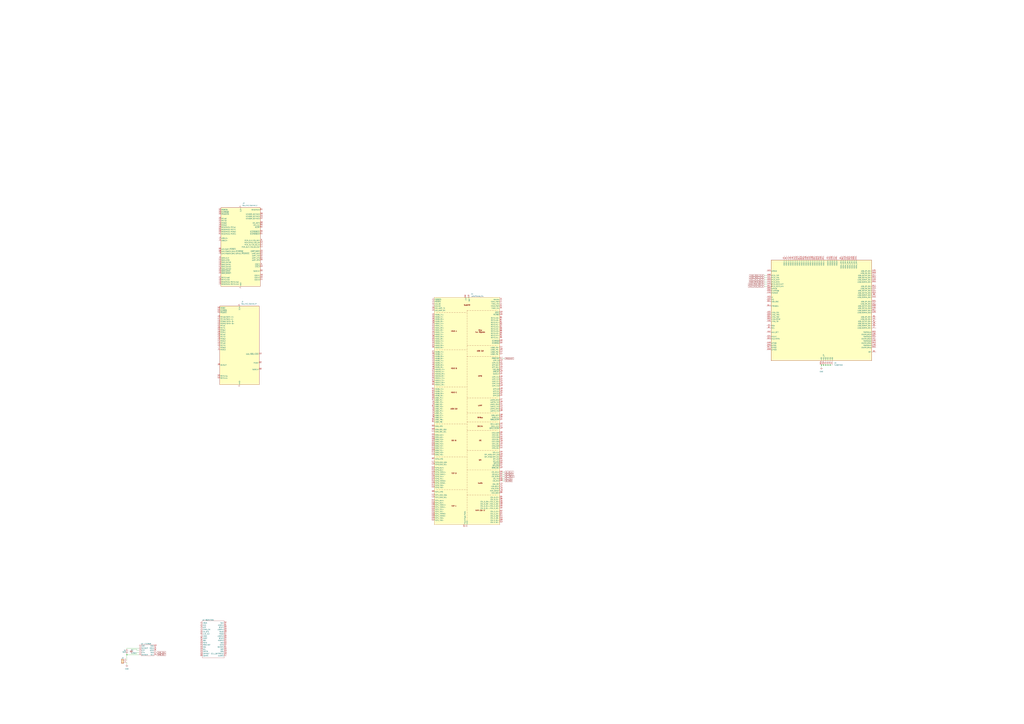
<source format=kicad_sch>
(kicad_sch (version 20231120) (generator "eeschema") (generator_version "8.0")
  (paper "A0")
  (lib_symbols
    (symbol "Connector:Bus_M.2_Socket_E"
      (property "Reference" "J" (at -22.86 46.99 0))
      (property "Value" "Bus_M.2_Socket_E" (at 16.51 46.99 0))
      (symbol "Bus_M.2_Socket_E_1_1"
        (pin power_in line (at 0 -48.26 90) (length 2.54) (name "GND") (number "1"))
        (pin bidirectional line (at 25.4 5.08 180) (length 2.54) (name "PCM_SYNC/I2S_WS") (number "10"))
        (pin bidirectional line (at -25.4 -15.24 0) (length 2.54) (name "SDIO_CMD") (number "11"))
        (pin input line (at 25.4 2.54 180) (length 2.54) (name "PCM_IN/I2S_SD_IN") (number "12"))
        (pin bidirectional line (at -25.4 -17.78 0) (length 2.54) (name "SDIO_DATA0") (number "13"))
        (pin output line (at 25.4 0 180) (length 2.54) (name "PCM_OUT/I2S_SD_OUT") (number "14"))
        (pin bidirectional line (at -25.4 -20.32 0) (length 2.54) (name "SDIO_DATA1") (number "15"))
        (pin open_collector line (at 25.4 -22.86 180) (length 2.54) (name "~{LED_2}") (number "16"))
        (pin bidirectional line (at -25.4 -22.86 0) (length 2.54) (name "SDIO_DATA2") (number "17"))
        (pin passive line (at 0 -48.26 90) (length 2.54) hide (name "GND") (number "18"))
        (pin bidirectional line (at -25.4 -25.4 0) (length 2.54) (name "SDIO_DATA3") (number "19"))
        (pin power_in line (at 0 48.26 270) (length 2.54) (name "3.3V") (number "2"))
        (pin input line (at 25.4 -5.08 180) (length 2.54) (name "~{UART_WAKE}") (number "20"))
        (pin input line (at -25.4 -27.94 0) (length 2.54) (name "~{SDIO_WAKE}") (number "21"))
        (pin input line (at 25.4 -7.62 180) (length 2.54) (name "UART_RXD") (number "22"))
        (pin output line (at -25.4 -30.48 0) (length 2.54) (name "~{SDIO_RESET}") (number "23"))
        (pin bidirectional line (at -25.4 10.16 0) (length 2.54) (name "USB_D+") (number "3"))
        (pin output line (at 25.4 -10.16 180) (length 2.54) (name "UART_TXD") (number "32"))
        (pin passive line (at 0 -48.26 90) (length 2.54) hide (name "GND") (number "33"))
        (pin input line (at 25.4 -12.7 180) (length 2.54) (name "UART_CTS") (number "34"))
        (pin output line (at -25.4 33.02 0) (length 2.54) (name "PETp0") (number "35"))
        (pin output line (at 25.4 -15.24 180) (length 2.54) (name "UART_RTS") (number "36"))
        (pin output line (at -25.4 30.48 0) (length 2.54) (name "PETn0") (number "37"))
        (pin passive line (at 25.4 38.1 180) (length 2.54) (name "VENDOR_DEFINED") (number "38"))
        (pin passive line (at 0 -48.26 90) (length 2.54) hide (name "GND") (number "39"))
        (pin passive line (at 0 48.26 270) (length 2.54) hide (name "3.3V") (number "4"))
        (pin passive line (at 25.4 35.56 180) (length 2.54) (name "VENDOR_DEFINED") (number "40"))
        (pin input line (at -25.4 27.94 0) (length 2.54) (name "PERp0") (number "41"))
        (pin passive line (at 25.4 33.02 180) (length 2.54) (name "VENDOR_DEFINED") (number "42"))
        (pin input line (at -25.4 25.4 0) (length 2.54) (name "PERn0") (number "43"))
        (pin bidirectional line (at 25.4 -38.1 180) (length 2.54) (name "COEX3") (number "44"))
        (pin passive line (at 0 -48.26 90) (length 2.54) hide (name "GND") (number "45"))
        (pin bidirectional line (at 25.4 -35.56 180) (length 2.54) (name "COEX2") (number "46"))
        (pin output line (at -25.4 -35.56 0) (length 2.54) (name "REFCLKp0") (number "47"))
        (pin bidirectional line (at 25.4 -33.02 180) (length 2.54) (name "COEX1") (number "48"))
        (pin output line (at -25.4 -38.1 0) (length 2.54) (name "REFCLKn0") (number "49"))
        (pin bidirectional line (at -25.4 7.62 0) (length 2.54) (name "USB_D-") (number "5"))
        (pin output line (at 25.4 -27.94 180) (length 2.54) (name "SUSCLK") (number "50"))
        (pin passive line (at 0 -48.26 90) (length 2.54) hide (name "GND") (number "51"))
        (pin output line (at -25.4 43.18 0) (length 2.54) (name "~{PERST0}") (number "52"))
        (pin bidirectional line (at -25.4 40.64 0) (length 2.54) (name "~{CLKREQ0}") (number "53"))
        (pin output line (at 25.4 15.24 180) (length 2.54) (name "~{W_DISABLE2}") (number "54"))
        (pin bidirectional line (at -25.4 38.1 0) (length 2.54) (name "~{PEWAKE0}") (number "55"))
        (pin output line (at 25.4 17.78 180) (length 2.54) (name "~{W_DISABLE1}") (number "56"))
        (pin passive line (at 0 -48.26 90) (length 2.54) hide (name "GND") (number "57"))
        (pin bidirectional line (at 25.4 27.94 180) (length 2.54) (name "I2C_DATA") (number "58"))
        (pin output line (at -25.4 22.86 0) (length 2.54) (name "RESERVED/PETp1") (number "59"))
        (pin open_collector line (at 25.4 -20.32 180) (length 2.54) (name "~{LED_1}") (number "6"))
        (pin output line (at 25.4 25.4 180) (length 2.54) (name "I2C_CLK") (number "60"))
        (pin output line (at -25.4 20.32 0) (length 2.54) (name "RESERVED/PETn1") (number "61"))
        (pin input line (at 25.4 22.86 180) (length 2.54) (name "~{ALERT}") (number "62"))
        (pin passive line (at 0 -48.26 90) (length 2.54) hide (name "GND") (number "63"))
        (pin passive line (at 25.4 43.18 180) (length 2.54) (name "RESERVED") (number "64"))
        (pin input line (at -25.4 17.78 0) (length 2.54) (name "RESERVED/PERp1") (number "65"))
        (pin output line (at -25.4 -2.54 0) (length 2.54) (name "UIM_SWP/~{PERST1}") (number "66"))
        (pin input line (at -25.4 15.24 0) (length 2.54) (name "RESERVED/PERn1") (number "67"))
        (pin bidirectional line (at -25.4 -5.08 0) (length 2.54) (name "UIM_POWER_SNK/~{CLKREQ1}") (number "68"))
        (pin passive line (at 0 -48.26 90) (length 2.54) hide (name "GND") (number "69"))
        (pin passive line (at 0 -48.26 90) (length 2.54) hide (name "GND") (number "7"))
        (pin bidirectional line (at -25.4 -7.62 0) (length 2.54) (name "UIM_POWER_SRC/GPIO1/~{PEWAKE1}") (number "70"))
        (pin output line (at -25.4 -40.64 0) (length 2.54) (name "RESERVED/REFCLKp1") (number "71"))
        (pin passive line (at 0 48.26 270) (length 2.54) hide (name "3.3V") (number "72"))
        (pin output line (at -25.4 -43.18 0) (length 2.54) (name "RESERVED/REFCLKn1") (number "73"))
        (pin passive line (at 0 48.26 270) (length 2.54) hide (name "3.3V") (number "74"))
        (pin passive line (at 0 -48.26 90) (length 2.54) hide (name "GND") (number "75"))
        (pin bidirectional line (at 25.4 7.62 180) (length 2.54) (name "PCM_CLK/I2S_SCK") (number "8"))
        (pin output line (at -25.4 -12.7 0) (length 2.54) (name "SDIO_CLK") (number "9"))
      )
    )
    (symbol "Connector:Bus_M.2_Socket_M"
      (property "Reference" "J" (at -22.86 46.99 0))
      (property "Value" "Bus_M.2_Socket_M" (at 16.51 46.99 0))
      (symbol "Bus_M.2_Socket_M_1_1"
        (pin power_in line (at 0 -48.26 90) (length 2.54) (name "GND") (number "1"))
        (pin bidirectional line (at 25.4 -10.16 180) (length 2.54) (name "DAS/~{DSS}/~{LED1}") (number "10"))
        (pin output line (at -25.4 0 0) (length 2.54) (name "PETn3") (number "11"))
        (pin passive line (at 0 48.26 270) (length 2.54) hide (name "3.3V") (number "12"))
        (pin output line (at -25.4 2.54 0) (length 2.54) (name "PETp3") (number "13"))
        (pin passive line (at 0 48.26 270) (length 2.54) hide (name "3.3V") (number "14"))
        (pin passive line (at 0 -48.26 90) (length 2.54) hide (name "GND") (number "15"))
        (pin passive line (at 0 48.26 270) (length 2.54) hide (name "3.3V") (number "16"))
        (pin input line (at -25.4 5.08 0) (length 2.54) (name "PERn2") (number "17"))
        (pin passive line (at 0 48.26 270) (length 2.54) hide (name "3.3V") (number "18"))
        (pin input line (at -25.4 7.62 0) (length 2.54) (name "PERp2") (number "19"))
        (pin power_in line (at 0 48.26 270) (length 2.54) (name "3.3V") (number "2"))
        (pin no_connect line (at 22.86 2.54 180) (length 2.54) hide (name "NC") (number "20"))
        (pin passive line (at 0 -48.26 90) (length 2.54) hide (name "GND") (number "21"))
        (pin no_connect line (at 22.86 5.08 180) (length 2.54) hide (name "NC") (number "22"))
        (pin output line (at -25.4 10.16 0) (length 2.54) (name "PETn2") (number "23"))
        (pin no_connect line (at 22.86 7.62 180) (length 2.54) hide (name "NC") (number "24"))
        (pin output line (at -25.4 12.7 0) (length 2.54) (name "PETp2") (number "25"))
        (pin no_connect line (at 22.86 10.16 180) (length 2.54) hide (name "NC") (number "26"))
        (pin passive line (at 0 -48.26 90) (length 2.54) hide (name "GND") (number "27"))
        (pin no_connect line (at 22.86 12.7 180) (length 2.54) hide (name "NC") (number "28"))
        (pin input line (at -25.4 15.24 0) (length 2.54) (name "PERn1") (number "29"))
        (pin passive line (at 0 -48.26 90) (length 2.54) hide (name "GND") (number "3"))
        (pin no_connect line (at 22.86 15.24 180) (length 2.54) hide (name "NC") (number "30"))
        (pin input line (at -25.4 17.78 0) (length 2.54) (name "PERp1") (number "31"))
        (pin no_connect line (at 22.86 17.78 180) (length 2.54) hide (name "NC") (number "32"))
        (pin passive line (at 0 -48.26 90) (length 2.54) hide (name "GND") (number "33"))
        (pin no_connect line (at 22.86 20.32 180) (length 2.54) hide (name "NC") (number "34"))
        (pin output line (at -25.4 20.32 0) (length 2.54) (name "PETn1") (number "35"))
        (pin no_connect line (at 22.86 22.86 180) (length 2.54) hide (name "NC") (number "36"))
        (pin output line (at -25.4 22.86 0) (length 2.54) (name "PETp1") (number "37"))
        (pin output line (at -25.4 -22.86 0) (length 2.54) (name "DEVSLP") (number "38"))
        (pin passive line (at 0 -48.26 90) (length 2.54) hide (name "GND") (number "39"))
        (pin passive line (at 0 48.26 270) (length 2.54) hide (name "3.3V") (number "4"))
        (pin no_connect line (at 22.86 25.4 180) (length 2.54) hide (name "NC") (number "40"))
        (pin input line (at -25.4 25.4 0) (length 2.54) (name "PERn0/SATA-B+") (number "41"))
        (pin no_connect line (at 22.86 27.94 180) (length 2.54) hide (name "NC") (number "42"))
        (pin input line (at -25.4 27.94 0) (length 2.54) (name "PERp0/SATA-B-") (number "43"))
        (pin no_connect line (at 22.86 30.48 180) (length 2.54) hide (name "NC") (number "44"))
        (pin passive line (at 0 -48.26 90) (length 2.54) hide (name "GND") (number "45"))
        (pin no_connect line (at 22.86 33.02 180) (length 2.54) hide (name "NC") (number "46"))
        (pin output line (at -25.4 30.48 0) (length 2.54) (name "PETn0/SATA-A-") (number "47"))
        (pin no_connect line (at 22.86 35.56 180) (length 2.54) hide (name "NC") (number "48"))
        (pin output line (at -25.4 33.02 0) (length 2.54) (name "PETp0/SATA-A+") (number "49"))
        (pin input line (at -25.4 -5.08 0) (length 2.54) (name "PERn3") (number "5"))
        (pin output line (at -25.4 43.18 0) (length 2.54) (name "~{PERST}") (number "50"))
        (pin passive line (at 0 -48.26 90) (length 2.54) hide (name "GND") (number "51"))
        (pin bidirectional line (at -25.4 40.64 0) (length 2.54) (name "~{CLKREQ}") (number "52"))
        (pin output line (at -25.4 -38.1 0) (length 2.54) (name "REFCLKn") (number "53"))
        (pin bidirectional line (at -25.4 38.1 0) (length 2.54) (name "~{PEWAKE}") (number "54"))
        (pin output line (at -25.4 -35.56 0) (length 2.54) (name "REFCLKp") (number "55"))
        (pin no_connect line (at 22.86 38.1 180) (length 2.54) hide (name "NC") (number "56"))
        (pin passive line (at 0 -48.26 90) (length 2.54) hide (name "GND") (number "57"))
        (pin no_connect line (at 22.86 40.64 180) (length 2.54) hide (name "NC") (number "58"))
        (pin no_connect line (at 22.86 -2.54 180) (length 2.54) hide (name "NC") (number "6"))
        (pin no_connect line (at 22.86 -5.08 180) (length 2.54) hide (name "NC") (number "67"))
        (pin output line (at 25.4 -27.94 180) (length 2.54) (name "SUSCLK") (number "68"))
        (pin passive line (at 25.4 -20.32 180) (length 2.54) (name "PEDET") (number "69"))
        (pin input line (at -25.4 -2.54 0) (length 2.54) (name "PERp3") (number "7"))
        (pin passive line (at 0 48.26 270) (length 2.54) hide (name "3.3V") (number "70"))
        (pin passive line (at 0 -48.26 90) (length 2.54) hide (name "GND") (number "71"))
        (pin passive line (at 0 48.26 270) (length 2.54) hide (name "3.3V") (number "72"))
        (pin passive line (at 0 -48.26 90) (length 2.54) hide (name "GND") (number "73"))
        (pin passive line (at 0 48.26 270) (length 2.54) hide (name "3.3V") (number "74"))
        (pin passive line (at 0 -48.26 90) (length 2.54) hide (name "GND") (number "75"))
        (pin no_connect line (at 22.86 0 180) (length 2.54) hide (name "NC") (number "8"))
        (pin passive line (at 0 -48.26 90) (length 2.54) hide (name "GND") (number "9"))
      )
    )
    (symbol "Connector:Screw_Terminal_01x02" (pin_names (offset 1.016) hide)
      (property "Reference" "J" (at 0 2.54 0))
      (property "Value" "Screw_Terminal_01x02" (at 0 -5.08 0))
      (symbol "Screw_Terminal_01x02_1_1"
        (pin passive line (at -5.08 0 0) (length 3.81) (name "Pin_1") (number "1"))
        (pin passive line (at -5.08 -2.54 0) (length 3.81) (name "Pin_2") (number "2"))
      )
    )
    (symbol "Device:C_Small" (pin_numbers hide) (pin_names (offset 0.254) hide)
      (property "Reference" "C" (at 0.254 1.778 0))
      (property "Value" "C_Small" (at 0.254 -2.032 0))
      (symbol "C_Small_1_1"
        (pin passive line (at 0 2.54 270) (length 2.032) (name "~") (number "1"))
        (pin passive line (at 0 -2.54 90) (length 2.032) (name "~") (number "2"))
      )
    )
    (symbol "Device:R_Small" (pin_numbers hide) (pin_names (offset 0.254) hide)
      (property "Reference" "R" (at 0.762 0.508 0))
      (property "Value" "R_Small" (at 0.762 -1.016 0))
      (symbol "R_Small_1_1"
        (pin passive line (at 0 2.54 270) (length 0.762) (name "~") (number "1"))
        (pin passive line (at 0 -2.54 90) (length 0.762) (name "~") (number "2"))
      )
    )
    (symbol "Interface_USB:TUSB7340"
      (property "Reference" "U" (at 0 0 0))
      (property "Value" "TUSB7340" (at 0 -2.54 0))
      (symbol "TUSB7340_1_1"
        (pin power_in line (at -43.18 63.5 270) (length 5.08) (name "VDD11") (number "A1"))
        (pin input line (at 63.5 15.24 180) (length 5.08) (name "USB_SSRXN_DN2") (number "A10"))
        (pin output line (at 63.5 22.86 180) (length 5.08) (name "USB_SSTXP_DN2") (number "A11"))
        (pin power_in line (at -30.48 63.5 270) (length 5.08) (name "VDD11") (number "A12"))
        (pin bidirectional line (at 63.5 25.4 180) (length 5.08) (name "USB_DM_DN2") (number "A13"))
        (pin no_connect line (at -17.78 -58.42 90) (length 5.08) hide (name "NC") (number "A14"))
        (pin input line (at -63.5 45.72 0) (length 5.08) (name "GRST#") (number "A15"))
        (pin power_in line (at -27.94 63.5 270) (length 5.08) (name "VDD11") (number "A16"))
        (pin output line (at 63.5 40.64 180) (length 5.08) (name "USB_SSTXP_DN1") (number "A17"))
        (pin input line (at 63.5 35.56 180) (length 5.08) (name "USB_SSRXP_DN1") (number "A18"))
        (pin power_in line (at 27.94 63.5 270) (length 5.08) (name "VDDA_3P3") (number "A19"))
        (pin bidirectional line (at -63.5 -17.78 0) (length 5.08) (name "SDA") (number "A2"))
        (pin bidirectional line (at 63.5 45.72 180) (length 5.08) (name "USB_DP_DN1") (number "A20"))
        (pin power_in line (at 30.48 63.5 270) (length 5.08) (name "VDDA_3P3") (number "A21"))
        (pin output line (at -63.5 12.7 0) (length 5.08) (name "XO") (number "A22"))
        (pin input line (at -63.5 15.24 0) (length 5.08) (name "XI") (number "A23"))
        (pin bidirectional line (at -63.5 -30.48 0) (length 5.08) (name "R1EXT") (number "A24"))
        (pin power_in line (at 35.56 63.5 270) (length 5.08) (name "VDDA_3P3") (number "A25"))
        (pin no_connect line (at -15.24 -58.42 90) (length 5.08) hide (name "NC") (number "A26"))
        (pin bidirectional line (at 63.5 7.62 180) (length 5.08) (name "USB_DM_DN3") (number "A27"))
        (pin power_in line (at -17.78 63.5 270) (length 5.08) (name "VDD11") (number "A28"))
        (pin input line (at 63.5 -2.54 180) (length 5.08) (name "USB_SSRXN_DN3") (number "A29"))
        (pin power_in line (at 7.62 63.5 270) (length 5.08) (name "VDD33") (number "A3"))
        (pin output line (at 63.5 2.54 180) (length 5.08) (name "USB_SSTXN_DN3") (number "A30"))
        (pin power_in line (at -15.24 63.5 270) (length 5.08) (name "VDD11") (number "A31"))
        (pin input line (at -63.5 -2.54 0) (length 5.08) (name "JTAG_TCK") (number "A32"))
        (pin power_in line (at -12.7 63.5 270) (length 5.08) (name "VDD11") (number "A33"))
        (pin power_in line (at 10.16 63.5 270) (length 5.08) (name "VDD33") (number "A34"))
        (pin input line (at -63.5 -12.7 0) (length 5.08) (name "JTAG_TDI") (number "A35"))
        (pin input line (at 63.5 -27.94 180) (length 5.08) (name "OVERCUR1#") (number "A36"))
        (pin input line (at 63.5 -33.02 180) (length 5.08) (name "OVERCUR2#") (number "A37"))
        (pin power_in line (at -10.16 63.5 270) (length 5.08) (name "VDD11") (number "A38"))
        (pin power_in line (at 12.7 63.5 270) (length 5.08) (name "VDD33") (number "A39"))
        (pin power_in line (at -38.1 63.5 270) (length 5.08) (name "VDD11") (number "A4"))
        (pin input line (at -63.5 20.32 0) (length 5.08) (name "PERST#") (number "A40"))
        (pin output line (at -63.5 38.1 0) (length 5.08) (name "PCIE_TXN") (number "A41"))
        (pin input line (at -63.5 33.02 0) (length 5.08) (name "PCIE_RXN") (number "A42"))
        (pin no_connect line (at -10.16 -58.42 90) (length 5.08) hide (name "NC") (number "A43"))
        (pin power_in line (at 40.64 63.5 270) (length 5.08) (name "VDDA_3P3") (number "A44"))
        (pin input clock (at -63.5 30.48 0) (length 5.08) (name "PCIE_REFCLKP") (number "A45"))
        (pin output line (at 63.5 -35.56 180) (length 5.08) (name "PWRON3#") (number "A46"))
        (pin power_in line (at 15.24 63.5 270) (length 5.08) (name "VDD33") (number "A47"))
        (pin output line (at 63.5 -40.64 180) (length 5.08) (name "PWRON4#") (number "A48"))
        (pin bidirectional line (at -63.5 -38.1 0) (length 5.08) (name "GPIO0") (number "A49"))
        (pin bidirectional line (at 63.5 -10.16 180) (length 5.08) (name "USB_DM_DN4") (number "A5"))
        (pin power_in line (at 0 63.5 270) (length 5.08) (name "VDD11") (number "A50"))
        (pin power_in line (at 17.78 63.5 270) (length 5.08) (name "VDD33") (number "A51"))
        (pin input line (at -63.5 -25.4 0) (length 5.08) (name "AUX_DET") (number "A52"))
        (pin power_in line (at 2.54 -63.5 90) (length 5.08) (name "VSS_EP") (number "A53"))
        (pin power_in line (at -35.56 63.5 270) (length 5.08) (name "VDD11") (number "A6"))
        (pin input line (at 63.5 -20.32 180) (length 5.08) (name "USB_SSRXN_DN4") (number "A7"))
        (pin input line (at 63.5 -15.24 180) (length 5.08) (name "USB_SSTXN_DN4") (number "A8"))
        (pin power_in line (at -33.02 63.5 270) (length 5.08) (name "VDD11") (number "A9"))
        (pin power_in line (at -40.64 63.5 270) (length 5.08) (name "VDD11") (number "B1"))
        (pin output line (at 63.5 20.32 180) (length 5.08) (name "USB_SSTXN_DN2") (number "B10"))
        (pin power_in line (at 25.4 63.5 270) (length 5.08) (name "VDDA_3P3") (number "B11"))
        (pin bidirectional line (at 63.5 27.94 180) (length 5.08) (name "USB_DP_DN2") (number "B12"))
        (pin no_connect line (at -20.32 -58.42 90) (length 5.08) hide (name "NC") (number "B13"))
        (pin input line (at -63.5 5.08 0) (length 5.08) (name "FREQSEL") (number "B14"))
        (pin output line (at 63.5 38.1 180) (length 5.08) (name "USB_SSTXN_DN1") (number "B15"))
        (pin input line (at 63.5 33.02 180) (length 5.08) (name "USB_SSRXN_DN1") (number "B16"))
        (pin power_in line (at -25.4 63.5 270) (length 5.08) (name "VDD11") (number "B17"))
        (pin bidirectional line (at 63.5 43.18 180) (length 5.08) (name "USB_DM_DN1") (number "B18"))
        (pin power_in line (at -22.86 63.5 270) (length 5.08) (name "VDD11") (number "B19"))
        (pin bidirectional line (at -63.5 -20.32 0) (length 5.08) (name "SCL") (number "B2"))
        (pin power_in line (at 0 -63.5 90) (length 5.08) (name "VSS") (number "B20"))
        (pin input line (at -63.5 10.16 0) (length 5.08) (name "VSS_OSC") (number "B21"))
        (pin power_in line (at 33.02 63.5 270) (length 5.08) (name "VDDA_3P3") (number "B22"))
        (pin bidirectional line (at -63.5 -33.02 0) (length 5.08) (name "R1EXTRTN") (number "B23"))
        (pin power_in line (at -20.32 63.5 270) (length 5.08) (name "VDD11") (number "B24"))
        (pin bidirectional line (at 63.5 10.16 180) (length 5.08) (name "USB_DP_DN3") (number "B25"))
        (pin power_in line (at 38.1 63.5 270) (length 5.08) (name "VDDA_3P3") (number "B26"))
        (pin input line (at 63.5 0 180) (length 5.08) (name "USB_SSRXP_DN3") (number "B27"))
        (pin output line (at 63.5 5.08 180) (length 5.08) (name "USB_SSTXP_DN3") (number "B28"))
        (pin no_connect line (at -12.7 -58.42 90) (length 5.08) hide (name "NC") (number "B29"))
        (pin output line (at 63.5 -48.26 180) (length 5.08) (name "SMI") (number "B3"))
        (pin input line (at -63.5 -5.08 0) (length 5.08) (name "JTAG_TMS") (number "B30"))
        (pin output line (at -63.5 -7.62 0) (length 5.08) (name "JTAG_TDO") (number "B31"))
        (pin input line (at -63.5 -10.16 0) (length 5.08) (name "JTAG_RST#") (number "B32"))
        (pin output line (at 63.5 -25.4 180) (length 5.08) (name "PWRON1#") (number "B33"))
        (pin output line (at 63.5 -30.48 180) (length 5.08) (name "PWRON2#") (number "B34"))
        (pin output line (at -63.5 25.4 0) (length 5.08) (name "WAKE#") (number "B35"))
        (pin input line (at -63.5 22.86 0) (length 5.08) (name "CLKREQ#") (number "B36"))
        (pin power_in line (at -7.62 63.5 270) (length 5.08) (name "VDD11") (number "B37"))
        (pin output line (at -63.5 40.64 0) (length 5.08) (name "PCIE_TXP") (number "B38"))
        (pin input line (at -63.5 35.56 0) (length 5.08) (name "PCIE_RXP") (number "B39"))
        (pin power_in line (at 22.86 63.5 270) (length 5.08) (name "VDDA_3P3") (number "B4"))
        (pin power_in line (at -5.08 63.5 270) (length 5.08) (name "VDD11") (number "B40"))
        (pin input clock (at -63.5 27.94 0) (length 5.08) (name "PCIE_REFCLKN") (number "B41"))
        (pin power_in line (at -2.54 63.5 270) (length 5.08) (name "VDD11") (number "B42"))
        (pin input line (at 63.5 -38.1 180) (length 5.08) (name "OVERCUR3#") (number "B43"))
        (pin power_in line (at 2.54 63.5 270) (length 5.08) (name "VDD11") (number "B44"))
        (pin input line (at 63.5 -43.18 180) (length 5.08) (name "OVERCUR4#") (number "B45"))
        (pin bidirectional line (at -63.5 -40.64 0) (length 5.08) (name "GPIO1") (number "B46"))
        (pin bidirectional line (at -63.5 -43.18 0) (length 5.08) (name "GPIO2") (number "B47"))
        (pin bidirectional line (at -63.5 -45.72 0) (length 5.08) (name "GPIO3") (number "B48"))
        (pin bidirectional line (at 63.5 -7.62 180) (length 5.08) (name "USB_DP_DN4") (number "B5"))
        (pin input line (at 63.5 -17.78 180) (length 5.08) (name "USB_SSRXP_DN4") (number "B6"))
        (pin input line (at 63.5 -12.7 180) (length 5.08) (name "USB_SSTXP_DN4") (number "B7"))
        (pin no_connect line (at -22.86 -58.42 90) (length 5.08) hide (name "NC") (number "B8"))
        (pin input line (at 63.5 17.78 180) (length 5.08) (name "USB_SSRXP_DN2") (number "B9"))
        (pin power_in line (at 5.08 -63.5 90) (length 5.08) (name "VSS") (number "C1"))
        (pin power_in line (at 7.62 -63.5 90) (length 5.08) (name "VSS") (number "C2"))
        (pin power_in line (at 10.16 -63.5 90) (length 5.08) (name "VSS") (number "C3"))
        (pin power_in line (at 12.7 -63.5 90) (length 5.08) (name "VSS") (number "C4"))
      )
    )
    (symbol "MCU_Module_LattePanda:LattePanda_Mu"
      (property "Reference" "A" (at -38.1 133.35 0))
      (property "Value" "LattePanda_Mu" (at 38.1 133.35 0))
      (symbol "LattePanda_Mu_1_0"
        (pin passive line (at 0 -134.62 90) (length 2.54) hide (name "GND") (number "101"))
        (pin passive line (at 0 -134.62 90) (length 2.54) hide (name "GND") (number "107"))
        (pin passive line (at 0 -134.62 90) (length 2.54) hide (name "GND") (number "110"))
        (pin passive line (at 0 -134.62 90) (length 2.54) hide (name "GND") (number "113"))
        (pin passive line (at 0 -134.62 90) (length 2.54) hide (name "GND") (number "116"))
        (pin passive line (at 0 -134.62 90) (length 2.54) hide (name "GND") (number "135"))
        (pin passive line (at 0 -134.62 90) (length 2.54) hide (name "GND") (number "136"))
        (pin passive line (at 0 -134.62 90) (length 2.54) hide (name "GND") (number "14"))
        (pin passive line (at 0 -134.62 90) (length 2.54) hide (name "GND") (number "151"))
        (pin passive line (at 0 -134.62 90) (length 2.54) hide (name "GND") (number "158"))
        (pin passive line (at 0 -134.62 90) (length 2.54) hide (name "GND") (number "167"))
        (pin passive line (at 0 -134.62 90) (length 2.54) hide (name "GND") (number "17"))
        (pin passive line (at 0 -134.62 90) (length 2.54) hide (name "GND") (number "170"))
        (pin passive line (at 0 -134.62 90) (length 2.54) hide (name "GND") (number "181"))
        (pin passive line (at 0 -134.62 90) (length 2.54) hide (name "GND") (number "182"))
        (pin passive line (at 0 -134.62 90) (length 2.54) hide (name "GND") (number "188"))
        (pin passive line (at 0 -134.62 90) (length 2.54) hide (name "GND") (number "189"))
        (pin passive line (at 0 -134.62 90) (length 2.54) hide (name "GND") (number "194"))
        (pin passive line (at 0 -134.62 90) (length 2.54) hide (name "GND") (number "195"))
        (pin passive line (at 0 -134.62 90) (length 2.54) hide (name "GND") (number "20"))
        (pin passive line (at 0 -134.62 90) (length 2.54) hide (name "GND") (number "200"))
        (pin passive line (at 0 -134.62 90) (length 2.54) hide (name "GND") (number "201"))
        (pin passive line (at 0 -134.62 90) (length 2.54) hide (name "GND") (number "206"))
        (pin passive line (at 0 -134.62 90) (length 2.54) hide (name "GND") (number "207"))
        (pin passive line (at 0 -134.62 90) (length 2.54) hide (name "GND") (number "212"))
        (pin passive line (at 0 -134.62 90) (length 2.54) hide (name "GND") (number "213"))
        (pin passive line (at 0 -134.62 90) (length 2.54) hide (name "GND") (number "218"))
        (pin passive line (at 0 -134.62 90) (length 2.54) hide (name "GND") (number "219"))
        (pin passive line (at 0 -134.62 90) (length 2.54) hide (name "GND") (number "224"))
        (pin passive line (at 0 -134.62 90) (length 2.54) hide (name "GND") (number "225"))
        (pin passive line (at 0 -134.62 90) (length 2.54) hide (name "GND") (number "23"))
        (pin passive line (at 0 -134.62 90) (length 2.54) hide (name "GND") (number "230"))
        (pin passive line (at 0 -134.62 90) (length 2.54) hide (name "GND") (number "231"))
        (pin passive line (at 0 -134.62 90) (length 2.54) hide (name "GND") (number "236"))
        (pin passive line (at 0 -134.62 90) (length 2.54) hide (name "GND") (number "237"))
        (pin passive line (at 0 -134.62 90) (length 2.54) hide (name "GND") (number "242"))
        (pin passive line (at 0 -134.62 90) (length 2.54) hide (name "GND") (number "243"))
        (pin passive line (at 0 -134.62 90) (length 2.54) hide (name "GND") (number "248"))
        (pin passive line (at 0 -134.62 90) (length 2.54) hide (name "GND") (number "249"))
        (pin passive line (at 0 -134.62 90) (length 2.54) hide (name "GND") (number "26"))
        (pin passive line (at 0 -134.62 90) (length 2.54) hide (name "GND") (number "29"))
        (pin passive line (at 0 -134.62 90) (length 2.54) hide (name "GND") (number "32"))
        (pin passive line (at 0 -134.62 90) (length 2.54) hide (name "GND") (number "35"))
        (pin passive line (at 0 -134.62 90) (length 2.54) hide (name "GND") (number "38"))
        (pin passive line (at 0 -134.62 90) (length 2.54) hide (name "GND") (number "41"))
        (pin passive line (at 0 -134.62 90) (length 2.54) hide (name "GND") (number "44"))
        (pin passive line (at 0 -134.62 90) (length 2.54) hide (name "GND") (number "47"))
        (pin passive line (at 0 -134.62 90) (length 2.54) hide (name "GND") (number "50"))
        (pin passive line (at 0 -134.62 90) (length 2.54) hide (name "GND") (number "53"))
        (pin passive line (at 0 -134.62 90) (length 2.54) hide (name "GND") (number "56"))
        (pin passive line (at 0 -134.62 90) (length 2.54) hide (name "GND") (number "59"))
        (pin passive line (at 0 -134.62 90) (length 2.54) hide (name "GND") (number "62"))
        (pin passive line (at 0 -134.62 90) (length 2.54) hide (name "GND") (number "65"))
        (pin passive line (at 0 -134.62 90) (length 2.54) hide (name "GND") (number "68"))
        (pin passive line (at 0 -134.62 90) (length 2.54) hide (name "GND") (number "71"))
        (pin passive line (at 0 -134.62 90) (length 2.54) hide (name "GND") (number "74"))
        (pin passive line (at 0 -134.62 90) (length 2.54) hide (name "GND") (number "77"))
        (pin passive line (at 0 -134.62 90) (length 2.54) hide (name "GND") (number "80"))
        (pin passive line (at 0 -134.62 90) (length 2.54) hide (name "GND") (number "83"))
        (pin passive line (at 0 -134.62 90) (length 2.54) hide (name "GND") (number "86"))
        (pin passive line (at 0 -134.62 90) (length 2.54) hide (name "GND") (number "89"))
        (pin passive line (at 0 -134.62 90) (length 2.54) hide (name "GND") (number "92"))
        (pin passive line (at 0 -134.62 90) (length 2.54) hide (name "GND") (number "95"))
        (pin passive line (at 0 -134.62 90) (length 2.54) hide (name "GND") (number "98"))
      )
      (symbol "LattePanda_Mu_1_1"
        (text "Audio" (at 15.24 -83.82 0) (effects (font (size 1.27 1.27) (bold yes))))
        (text "DDI B" (at -15.24 -34.29 0) (effects (font (size 1.27 1.27) (bold yes))))
        (text "GPIO" (at 15.24 40.64 0) (effects (font (size 1.27 1.27) (bold yes))))
        (text "HSIO A" (at -15.24 92.71 0) (effects (font (size 1.27 1.27) (bold yes))))
        (text "HSIO B" (at -15.24 49.53 0) (effects (font (size 1.27 1.27) (bold yes))))
        (text "HSIO C" (at -15.24 21.59 0) (effects (font (size 1.27 1.27) (bold yes))))
        (text "I2C" (at 15.24 -34.29 0) (effects (font (size 1.27 1.27) (bold yes))))
        (text "MIPI CSI-2" (at 15.24 -115.57 0) (effects (font (size 1.27 1.27) (bold yes))))
        (text "PCIe\nAux Signals" (at 15.24 92.71 0) (effects (font (size 1.27 1.27) (bold yes))))
        (text "SMBus" (at 15.24 -7.62 0) (effects (font (size 1.27 1.27) (bold yes))))
        (text "SMLink" (at 15.24 -17.78 0) (effects (font (size 1.27 1.27) (bold yes))))
        (text "SPI" (at 15.24 -57.15 0) (effects (font (size 1.27 1.27) (bold yes))))
        (text "SuperIO" (at 0 123.19 0) (effects (font (size 1.27 1.27) (bold yes))))
        (text "TCP 0" (at -15.24 -72.39 0) (effects (font (size 1.27 1.27) (bold yes))))
        (text "TCP 1" (at -15.24 -110.49 0) (effects (font (size 1.27 1.27) (bold yes))))
        (text "UART" (at 15.24 6.35 0) (effects (font (size 1.27 1.27) (bold yes))))
        (text "USB 2.0" (at -15.24 2.54 0) (effects (font (size 1.27 1.27) (bold yes))))
        (text "USB 2.0" (at 15.24 69.85 0) (effects (font (size 1.27 1.27) (bold yes))))
        (pin input line (at -40.64 129.54 0) (length 2.54) (name "~{PWRBTN}") (number "1"))
        (pin output line (at -40.64 119.38 0) (length 2.54) (name "SIO_UART_TX") (number "10"))
        (pin bidirectional line (at 40.64 81.28 180) (length 2.54) (name "~{CLKREQ3}") (number "100"))
        (pin bidirectional line (at 40.64 78.74 180) (length 2.54) (name "~{CLKREQ4}") (number "102"))
        (pin input line (at 40.64 114.3 180) (length 2.54) (name "~{WAKE}") (number "103"))
        (pin input line (at 40.64 -10.16 180) (length 2.54) (name "~{SMB_ALERT}") (number "104"))
        (pin output line (at 40.64 111.76 180) (length 2.54) (name "~{PLTRST}") (number "105"))
        (pin output line (at 40.64 -7.62 180) (length 2.54) (name "SMB_CLK") (number "106"))
        (pin bidirectional line (at 40.64 -5.08 180) (length 2.54) (name "SMB_DATA") (number "108"))
        (pin bidirectional line (at 40.64 71.12 180) (length 2.54) (name "USB2_P5-") (number "109"))
        (pin power_in line (at 0 -134.62 90) (length 2.54) (name "GND") (number "11"))
        (pin bidirectional line (at 40.64 73.66 180) (length 2.54) (name "USB2_P5+") (number "111"))
        (pin bidirectional line (at 40.64 68.58 180) (length 2.54) (name "USB2_P6+") (number "112"))
        (pin bidirectional line (at 40.64 66.04 180) (length 2.54) (name "USB2_P6-") (number "114"))
        (pin power_in line (at 2.54 134.62 270) (length 2.54) (name "VBAT") (number "115"))
        (pin bidirectional line (at 40.64 60.96 180) (length 2.54) (name "~{PROCHOT}") (number "117"))
        (pin bidirectional line (at 40.64 29.21 180) (length 2.54) (name "GPP_F16") (number "118"))
        (pin bidirectional line (at 40.64 58.42 180) (length 2.54) (name "GPP_E0") (number "119"))
        (pin input line (at -40.64 116.84 0) (length 2.54) (name "SIO_UART_RX") (number "12"))
        (pin bidirectional line (at 40.64 31.75 180) (length 2.54) (name "GPP_F15") (number "120"))
        (pin bidirectional line (at 40.64 55.88 180) (length 2.54) (name "GPP_A12") (number "121"))
        (pin bidirectional line (at 40.64 34.29 180) (length 2.54) (name "GPP_F14") (number "122"))
        (pin bidirectional line (at 40.64 53.34 180) (length 2.54) (name "GPP_B14") (number "123"))
        (pin bidirectional line (at 40.64 36.83 180) (length 2.54) (name "GPP_F13") (number "124"))
        (pin bidirectional line (at 40.64 50.8 180) (length 2.54) (name "GPP_B11") (number "125"))
        (pin bidirectional line (at 40.64 39.37 180) (length 2.54) (name "GPP_F12") (number "126"))
        (pin input line (at 40.64 48.26 180) (length 2.54) (name "TPM_IRQ") (number "127"))
        (pin bidirectional line (at 40.64 25.4 180) (length 2.54) (name "GPP_D0") (number "128"))
        (pin input line (at 40.64 45.72 180) (length 2.54) (name "~{USB_OC}") (number "129"))
        (pin output line (at -40.64 111.76 0) (length 2.54) (name "HSIO0_TX+") (number "13"))
        (pin bidirectional line (at 40.64 22.86 180) (length 2.54) (name "GPP_D1") (number "130"))
        (pin output line (at 40.64 43.18 180) (length 2.54) (name "SUSCLK") (number "131"))
        (pin bidirectional line (at 40.64 20.32 180) (length 2.54) (name "GPP_D2") (number "132"))
        (pin input line (at 40.64 -66.04 180) (length 2.54) (name "~{BIOS_SEL}") (number "133"))
        (pin bidirectional line (at 40.64 17.78 180) (length 2.54) (name "GPP_D3") (number "134"))
        (pin input line (at 40.64 12.7 180) (length 2.54) (name "UART0_RXD") (number "137"))
        (pin output line (at 40.64 0 180) (length 2.54) (name "UART2_TXD") (number "138"))
        (pin output line (at 40.64 10.16 180) (length 2.54) (name "UART0_TXD") (number "139"))
        (pin input line (at 40.64 2.54 180) (length 2.54) (name "UART2_RXD") (number "140"))
        (pin input line (at 40.64 7.62 180) (length 2.54) (name "UART1_RXD") (number "141"))
        (pin output line (at 40.64 -43.18 180) (length 2.54) (name "I2C5_SCL") (number "142"))
        (pin output line (at 40.64 5.08 180) (length 2.54) (name "UART1_TXD") (number "143"))
        (pin bidirectional line (at 40.64 -40.64 180) (length 2.54) (name "I2C5_SDA") (number "144"))
        (pin bidirectional line (at 40.64 -15.24 180) (length 2.54) (name "SML1_DATA") (number "145"))
        (pin output line (at 40.64 -38.1 180) (length 2.54) (name "I2C4_SCL") (number "146"))
        (pin output line (at 40.64 -17.78 180) (length 2.54) (name "SML1_CLK") (number "147"))
        (pin bidirectional line (at 40.64 -35.56 180) (length 2.54) (name "I2C4_SDA") (number "148"))
        (pin input line (at 40.64 -20.32 180) (length 2.54) (name "~{SML1_ALERT}") (number "149"))
        (pin output line (at -40.64 109.22 0) (length 2.54) (name "HSIO0_TX-") (number "15"))
        (pin output line (at 40.64 -33.02 180) (length 2.54) (name "I2C3_SCL") (number "150"))
        (pin bidirectional line (at 40.64 -30.48 180) (length 2.54) (name "I2C3_SDA") (number "152"))
        (pin bidirectional line (at 40.64 -58.42 180) (length 2.54) (name "SPI_IO3") (number "153"))
        (pin output line (at 40.64 -27.94 180) (length 2.54) (name "I2C2_SCL") (number "154"))
        (pin output line (at 40.64 -48.26 180) (length 2.54) (name "SPI_CLK") (number "155"))
        (pin bidirectional line (at 40.64 -25.4 180) (length 2.54) (name "I2C2_SDA") (number "156"))
        (pin output line (at 40.64 -63.5 180) (length 2.54) (name "~{SPI_CS2}") (number "157"))
        (pin bidirectional line (at 40.64 -50.8 180) (length 2.54) (name "SPI_MOSI/SPI_IO0") (number "159"))
        (pin input line (at -40.64 106.68 0) (length 2.54) (name "HSIO0_RX+") (number "16"))
        (pin output line (at 40.64 -71.12 180) (length 2.54) (name "I2S_MCLK") (number "160"))
        (pin bidirectional line (at 40.64 -55.88 180) (length 2.54) (name "SPI_IO2") (number "161"))
        (pin output line (at 40.64 -73.66 180) (length 2.54) (name "I2S_SCLK") (number "162"))
        (pin bidirectional line (at 40.64 -53.34 180) (length 2.54) (name "SPI_MISO/SPI_IO1") (number "163"))
        (pin output line (at 40.64 -76.2 180) (length 2.54) (name "I2S_SFRM") (number "164"))
        (pin bidirectional line (at 40.64 -60.96 180) (length 2.54) (name "~{SPI_CS}") (number "165"))
        (pin output line (at 40.64 -78.74 180) (length 2.54) (name "I2S_TXD") (number "166"))
        (pin input line (at 40.64 -81.28 180) (length 2.54) (name "I2S_RXD") (number "168"))
        (pin bidirectional line (at -40.64 -21.59 0) (length 2.54) (name "DDIB_DDC_SDA") (number "169"))
        (pin bidirectional line (at -40.64 -24.13 0) (length 2.54) (name "DDIB_DDC_SCL") (number "171"))
        (pin output line (at 40.64 -85.09 180) (length 2.54) (name "HDA_RST") (number "172"))
        (pin bidirectional line (at -40.64 -97.79 0) (length 2.54) (name "TCP1_DDC_SDA") (number "173"))
        (pin output line (at 40.64 -87.63 180) (length 2.54) (name "HDA_BCLK") (number "174"))
        (pin bidirectional line (at -40.64 -100.33 0) (length 2.54) (name "TCP1_DDC_SCL") (number "175"))
        (pin output line (at 40.64 -90.17 180) (length 2.54) (name "HDA_SYNC") (number "176"))
        (pin bidirectional line (at -40.64 -59.69 0) (length 2.54) (name "TCP0_DDC_SDA") (number "177"))
        (pin output line (at 40.64 -92.71 180) (length 2.54) (name "HDA_SDOUT") (number "178"))
        (pin bidirectional line (at -40.64 -62.23 0) (length 2.54) (name "TCP0_DDC_SCL") (number "179"))
        (pin input line (at -40.64 104.14 0) (length 2.54) (name "HSIO0_RX-") (number "18"))
        (pin input line (at 40.64 -95.25 180) (length 2.54) (name "HDA_SDIN") (number "180"))
        (pin input line (at -40.64 -17.78 0) (length 2.54) (name "DDIB_HPD") (number "183"))
        (pin input line (at 40.64 -100.33 180) (length 2.54) (name "CSI_D_CK+") (number "184"))
        (pin input line (at -40.64 -93.98 0) (length 2.54) (name "TCP1_HPD") (number "185"))
        (pin input line (at 40.64 -102.87 180) (length 2.54) (name "CSI_D_CK-") (number "186"))
        (pin input line (at -40.64 -55.88 0) (length 2.54) (name "TCP0_HPD") (number "187"))
        (pin output line (at -40.64 101.6 0) (length 2.54) (name "HSIO1_TX+") (number "19"))
        (pin input line (at 40.64 -110.49 180) (length 2.54) (name "CSI_D_D1+/CSI_C_D2+") (number "190"))
        (pin bidirectional line (at -40.64 -30.48 0) (length 2.54) (name "DDIB_AUX-") (number "191"))
        (pin input line (at 40.64 -113.03 180) (length 2.54) (name "CSI_D_D1-/CSI_C_D2-") (number "192"))
        (pin bidirectional line (at -40.64 -27.94 0) (length 2.54) (name "DDIB_AUX+") (number "193"))
        (pin input line (at 40.64 -105.41 180) (length 2.54) (name "CSI_D_D0+/CSI_C_D3+") (number "196"))
        (pin output line (at -40.64 -35.56 0) (length 2.54) (name "DDIB_TX3-") (number "197"))
        (pin input line (at 40.64 -107.95 180) (length 2.54) (name "CSI_D_D0-/CSI_C_D3-") (number "198"))
        (pin output line (at -40.64 -33.02 0) (length 2.54) (name "DDIB_TX3+") (number "199"))
        (pin output line (at 40.64 127 180) (length 2.54) (name "FAN1_PWM") (number "2"))
        (pin input line (at 40.64 -116.84 180) (length 2.54) (name "CSI_C_CK+") (number "202"))
        (pin output line (at -40.64 -40.64 0) (length 2.54) (name "DDIB_TX2-") (number "203"))
        (pin input line (at 40.64 -119.38 180) (length 2.54) (name "CSI_C_CK-") (number "204"))
        (pin output line (at -40.64 -38.1 0) (length 2.54) (name "DDIB_TX2+") (number "205"))
        (pin input line (at 40.64 -127 180) (length 2.54) (name "CSI_C_D1+") (number "208"))
        (pin output line (at -40.64 -45.72 0) (length 2.54) (name "DDIB_TX1-") (number "209"))
        (pin output line (at -40.64 99.06 0) (length 2.54) (name "HSIO1_TX-") (number "21"))
        (pin input line (at 40.64 -129.54 180) (length 2.54) (name "CSI_C_D1-") (number "210"))
        (pin output line (at -40.64 -43.18 0) (length 2.54) (name "DDIB_TX1+") (number "211"))
        (pin input line (at 40.64 -121.92 180) (length 2.54) (name "CSI_C_D0+") (number "214"))
        (pin output line (at -40.64 -50.8 0) (length 2.54) (name "DDIB_TX0-") (number "215"))
        (pin input line (at 40.64 -124.46 180) (length 2.54) (name "CSI_C_D0-") (number "216"))
        (pin output line (at -40.64 -48.26 0) (length 2.54) (name "DDIB_TX0+") (number "217"))
        (pin input line (at -40.64 96.52 0) (length 2.54) (name "HSIO1_RX+") (number "22"))
        (pin output line (at -40.64 -124.46 0) (length 2.54) (name "TCP1_TX0+") (number "220"))
        (pin bidirectional line (at -40.64 -68.58 0) (length 2.54) (name "TCP0_AUX-") (number "221"))
        (pin output line (at -40.64 -127 0) (length 2.54) (name "TCP1_TX0-") (number "222"))
        (pin bidirectional line (at -40.64 -66.04 0) (length 2.54) (name "TCP0_AUX+") (number "223"))
        (pin bidirectional line (at -40.64 -119.38 0) (length 2.54) (name "TCP1_TXRX0+") (number "226"))
        (pin bidirectional line (at -40.64 -73.66 0) (length 2.54) (name "TCP0_TXRX1-") (number "227"))
        (pin bidirectional line (at -40.64 -121.92 0) (length 2.54) (name "TCP1_TXRX0-") (number "228"))
        (pin bidirectional line (at -40.64 -71.12 0) (length 2.54) (name "TCP0_TXRX1+") (number "229"))
        (pin output line (at -40.64 -114.3 0) (length 2.54) (name "TCP1_TX1+") (number "232"))
        (pin output line (at -40.64 -78.74 0) (length 2.54) (name "TCP0_TX1-") (number "233"))
        (pin output line (at -40.64 -116.84 0) (length 2.54) (name "TCP1_TX1-") (number "234"))
        (pin output line (at -40.64 -76.2 0) (length 2.54) (name "TCP0_TX1+") (number "235"))
        (pin bidirectional line (at -40.64 -109.22 0) (length 2.54) (name "TCP1_TXRX1+") (number "238"))
        (pin bidirectional line (at -40.64 -83.82 0) (length 2.54) (name "TCP0_TXRX0-") (number "239"))
        (pin input line (at -40.64 93.98 0) (length 2.54) (name "HSIO1_RX-") (number "24"))
        (pin bidirectional line (at -40.64 -111.76 0) (length 2.54) (name "TCP1_TXRX1-") (number "240"))
        (pin bidirectional line (at -40.64 -81.28 0) (length 2.54) (name "TCP0_TXRX0+") (number "241"))
        (pin bidirectional line (at -40.64 -104.14 0) (length 2.54) (name "TCP1_AUX+") (number "244"))
        (pin output line (at -40.64 -88.9 0) (length 2.54) (name "TCP0_TX0-") (number "245"))
        (pin bidirectional line (at -40.64 -106.68 0) (length 2.54) (name "TCP1_AUX-") (number "246"))
        (pin output line (at -40.64 -86.36 0) (length 2.54) (name "TCP0_TX0+") (number "247"))
        (pin output line (at -40.64 91.44 0) (length 2.54) (name "HSIO2_TX+") (number "25"))
        (pin power_in line (at -1.27 134.62 270) (length 2.54) (name "VIN") (number "250"))
        (pin passive line (at -1.27 134.62 270) (length 2.54) hide (name "VIN") (number "251"))
        (pin passive line (at -1.27 134.62 270) (length 2.54) hide (name "VIN") (number "252"))
        (pin passive line (at -1.27 134.62 270) (length 2.54) hide (name "VIN") (number "253"))
        (pin passive line (at -1.27 134.62 270) (length 2.54) hide (name "VIN") (number "254"))
        (pin passive line (at -1.27 134.62 270) (length 2.54) hide (name "VIN") (number "255"))
        (pin passive line (at -1.27 134.62 270) (length 2.54) hide (name "VIN") (number "256"))
        (pin passive line (at -1.27 134.62 270) (length 2.54) hide (name "VIN") (number "257"))
        (pin passive line (at -1.27 134.62 270) (length 2.54) hide (name "VIN") (number "258"))
        (pin passive line (at -1.27 134.62 270) (length 2.54) hide (name "VIN") (number "259"))
        (pin passive line (at -1.27 134.62 270) (length 2.54) hide (name "VIN") (number "260"))
        (pin output line (at -40.64 88.9 0) (length 2.54) (name "HSIO2_TX-") (number "27"))
        (pin input line (at -40.64 86.36 0) (length 2.54) (name "HSIO2_RX+") (number "28"))
        (pin input line (at -40.64 127 0) (length 2.54) (name "~{RSTBTN}") (number "3"))
        (pin input line (at -40.64 83.82 0) (length 2.54) (name "HSIO2_RX-") (number "30"))
        (pin output line (at -40.64 81.28 0) (length 2.54) (name "HSIO3_TX+") (number "31"))
        (pin output line (at -40.64 78.74 0) (length 2.54) (name "HSIO3_TX-") (number "33"))
        (pin input line (at -40.64 76.2 0) (length 2.54) (name "HSIO3_RX+") (number "34"))
        (pin input line (at -40.64 73.66 0) (length 2.54) (name "HSIO3_RX-") (number "36"))
        (pin output line (at -40.64 68.58 0) (length 2.54) (name "HSIO8_TX+") (number "37"))
        (pin output line (at -40.64 66.04 0) (length 2.54) (name "HSIO8_TX-") (number "39"))
        (pin input line (at 40.64 124.46 180) (length 2.54) (name "FAN1_TAC") (number "4"))
        (pin input line (at -40.64 63.5 0) (length 2.54) (name "HSIO8_RX+") (number "40"))
        (pin input line (at -40.64 60.96 0) (length 2.54) (name "HSIO8_RX-") (number "42"))
        (pin output line (at -40.64 58.42 0) (length 2.54) (name "HSIO9_TX+") (number "43"))
        (pin output line (at -40.64 55.88 0) (length 2.54) (name "HSIO9_TX-") (number "45"))
        (pin input line (at -40.64 53.34 0) (length 2.54) (name "HSIO9_RX+") (number "46"))
        (pin input line (at -40.64 50.8 0) (length 2.54) (name "HSIO9_RX-") (number "48"))
        (pin output line (at -40.64 48.26 0) (length 2.54) (name "HSIO10_TX+") (number "49"))
        (pin output line (at -40.64 124.46 0) (length 2.54) (name "SLS_S0") (number "5"))
        (pin output line (at -40.64 45.72 0) (length 2.54) (name "HSIO10_TX-") (number "51"))
        (pin input line (at -40.64 43.18 0) (length 2.54) (name "HSIO10_RX+") (number "52"))
        (pin input line (at -40.64 40.64 0) (length 2.54) (name "HSIO10_RX-") (number "54"))
        (pin output line (at -40.64 38.1 0) (length 2.54) (name "HSIO11_TX+") (number "55"))
        (pin output line (at -40.64 35.56 0) (length 2.54) (name "HSIO11_TX-") (number "57"))
        (pin input line (at -40.64 33.02 0) (length 2.54) (name "HSIO11_RX+") (number "58"))
        (pin output line (at 40.64 121.92 180) (length 2.54) (name "FAN2_PWM") (number "6"))
        (pin input line (at -40.64 30.48 0) (length 2.54) (name "HSIO11_RX-") (number "60"))
        (pin output line (at -40.64 25.4 0) (length 2.54) (name "HSIO6_TX+") (number "61"))
        (pin output line (at -40.64 22.86 0) (length 2.54) (name "HSIO6_TX-") (number "63"))
        (pin input line (at -40.64 20.32 0) (length 2.54) (name "HSIO6_RX+") (number "64"))
        (pin input line (at -40.64 17.78 0) (length 2.54) (name "HSIO6_RX-") (number "66"))
        (pin bidirectional line (at -40.64 12.7 0) (length 2.54) (name "USB2_P1-") (number "67"))
        (pin bidirectional line (at -40.64 15.24 0) (length 2.54) (name "USB2_P1+") (number "69"))
        (pin output line (at -40.64 121.92 0) (length 2.54) (name "SLS_S3") (number "7"))
        (pin bidirectional line (at -40.64 0 0) (length 2.54) (name "USB2_P4+") (number "70"))
        (pin bidirectional line (at -40.64 -2.54 0) (length 2.54) (name "USB2_P4-") (number "72"))
        (pin bidirectional line (at -40.64 7.62 0) (length 2.54) (name "USB2_P2-") (number "73"))
        (pin bidirectional line (at -40.64 10.16 0) (length 2.54) (name "USB2_P2+") (number "75"))
        (pin bidirectional line (at -40.64 -5.08 0) (length 2.54) (name "USB2_P7+") (number "76"))
        (pin bidirectional line (at -40.64 -7.62 0) (length 2.54) (name "USB2_P7-") (number "78"))
        (pin bidirectional line (at -40.64 2.54 0) (length 2.54) (name "USB2_P3-") (number "79"))
        (pin input line (at 40.64 119.38 180) (length 2.54) (name "FAN2_TAC") (number "8"))
        (pin bidirectional line (at -40.64 5.08 0) (length 2.54) (name "USB2_P3+") (number "81"))
        (pin bidirectional line (at -40.64 -10.16 0) (length 2.54) (name "USB2_P8+") (number "82"))
        (pin bidirectional line (at -40.64 -12.7 0) (length 2.54) (name "USB2_P8-") (number "84"))
        (pin output line (at 40.64 107.95 180) (length 2.54) (name "REFCLK0+") (number "85"))
        (pin output line (at 40.64 105.41 180) (length 2.54) (name "REFCLK0-") (number "87"))
        (pin output line (at 40.64 92.71 180) (length 2.54) (name "REFCLK3+") (number "88"))
        (pin input line (at 40.64 129.54 180) (length 2.54) (name "TSENSE") (number "9"))
        (pin output line (at 40.64 90.17 180) (length 2.54) (name "REFCLK3-") (number "90"))
        (pin output line (at 40.64 102.87 180) (length 2.54) (name "REFCLK1+") (number "91"))
        (pin output line (at 40.64 100.33 180) (length 2.54) (name "REFCLK1-") (number "93"))
        (pin output line (at 40.64 87.63 180) (length 2.54) (name "REFCLK4+") (number "94"))
        (pin output line (at 40.64 85.09 180) (length 2.54) (name "REFCLK4-") (number "96"))
        (pin output line (at 40.64 97.79 180) (length 2.54) (name "REFCLK2+") (number "97"))
        (pin output line (at 40.64 95.25 180) (length 2.54) (name "REFCLK2-") (number "99"))
        (pin passive line (at -2.54 -134.62 90) (length 2.54) (name "Mountinge_Pads") (number "MP"))
      )
    )
    (symbol "mediacow:BQ25700A"
      (property "Reference" "U" (at -11.938 22.86 0))
      (symbol "BQ25700A_1_1"
        (pin input line (at -15.24 19.05 0) (length 2.54) (name "VBUS") (number "1"))
        (pin input line (at -15.24 -3.81 0) (length 2.54) (name "PSYS") (number "10"))
        (pin input line (at -15.24 -6.35 0) (length 2.54) (name "PROCHOT") (number "11"))
        (pin input line (at -15.24 -8.89 0) (length 2.54) (name "SDA") (number "12"))
        (pin input line (at -15.24 -11.43 0) (length 2.54) (name "SCL") (number "13"))
        (pin input line (at -15.24 -13.97 0) (length 2.54) (name "CMPIN") (number "14"))
        (pin input line (at -15.24 -16.51 0) (length 2.54) (name "CMPOUT") (number "15"))
        (pin input line (at -15.24 -19.05 0) (length 2.54) (name "COMP1") (number "16"))
        (pin input line (at 15.24 -19.05 180) (length 2.54) (name "COMP2") (number "17"))
        (pin input line (at 15.24 -16.51 180) (length 2.54) (name "CELL_BATPRESZ") (number "18"))
        (pin input line (at 15.24 -13.97 180) (length 2.54) (name "SRN") (number "19"))
        (pin input line (at -15.24 16.51 0) (length 2.54) (name "ACN") (number "2"))
        (pin input line (at 15.24 -11.43 180) (length 2.54) (name "SRP") (number "20"))
        (pin input line (at 15.24 -8.89 180) (length 2.54) (name "BATDRV") (number "21"))
        (pin input line (at 15.24 -6.35 180) (length 2.54) (name "VSYS") (number "22"))
        (pin input line (at 15.24 -3.81 180) (length 2.54) (name "SW2") (number "23"))
        (pin input line (at 15.24 -1.27 180) (length 2.54) (name "HIDRV2") (number "24"))
        (pin input line (at 15.24 1.27 180) (length 2.54) (name "BTST2") (number "25"))
        (pin input line (at 15.24 3.81 180) (length 2.54) (name "LODRV2") (number "26"))
        (pin input line (at 15.24 6.35 180) (length 2.54) (name "PGND") (number "27"))
        (pin input line (at 15.24 8.89 180) (length 2.54) (name "REGN") (number "28"))
        (pin input line (at 15.24 11.43 180) (length 2.54) (name "LODRV1") (number "29"))
        (pin input line (at -15.24 13.97 0) (length 2.54) (name "ACP") (number "3"))
        (pin input line (at 15.24 13.97 180) (length 2.54) (name "BTST1") (number "30"))
        (pin input line (at 15.24 16.51 180) (length 2.54) (name "HIDRV1") (number "31"))
        (pin input line (at 15.24 19.05 180) (length 2.54) (name "SW1") (number "32"))
        (pin input line (at -15.24 11.43 0) (length 2.54) (name "CHRG_OK") (number "4"))
        (pin input line (at -15.24 8.89 0) (length 2.54) (name "EN_OTG") (number "5"))
        (pin input line (at -15.24 6.35 0) (length 2.54) (name "ILIM_HIZ") (number "6"))
        (pin input line (at -15.24 3.81 0) (length 2.54) (name "VDDA") (number "7"))
        (pin input line (at -15.24 1.27 0) (length 2.54) (name "IADPT") (number "8"))
        (pin input line (at -15.24 -1.27 0) (length 2.54) (name "IBAT") (number "9"))
      )
    )
    (symbol "mediacow:LTC2959"
      (property "Reference" "U" (at -7.112 7.366 0))
      (symbol "LTC2959_1_1"
        (pin input line (at -10.16 5.08 0) (length 2.54) (name "VDD") (number "1"))
        (pin input line (at 10.16 5.08 180) (length 2.54) (name "GND") (number "10"))
        (pin input line (at -10.16 2.54 0) (length 2.54) (name "SENSEP") (number "2"))
        (pin input line (at -10.16 0 0) (length 2.54) (name "CFP") (number "3"))
        (pin input line (at -10.16 -2.54 0) (length 2.54) (name "CFN") (number "4"))
        (pin input line (at -10.16 -5.08 0) (length 2.54) (name "SENSEN") (number "5"))
        (pin input line (at 10.16 -5.08 180) (length 2.54) (name "SCL") (number "6"))
        (pin input line (at 10.16 -2.54 180) (length 2.54) (name "SDA") (number "7"))
        (pin input line (at 10.16 0 180) (length 2.54) (name "GPIO") (number "8"))
        (pin input line (at 10.16 2.54 180) (length 2.54) (name "VREG") (number "9"))
      )
    )
    (symbol "power:GND" (power) (pin_numbers hide) (pin_names (offset 0) hide)
      (property "Value" "GND" (at 0 -3.81 0))
      (symbol "GND_1_1"
        (pin power_in line (at 0 0 270) (length 0) (name "~") (number "1"))
      )
    )
  )
  (junction (at 956.31 424.18))
  (junction (at 958.85 424.18))
  (junction (at 147.32 760.73))
  (junction (at 963.93 424.18))
  (junction (at 953.77 424.18))
  (junction (at 961.39 424.18))
  (wire (pts (xy 953.77 426.72) (xy 953.77 424.18)))
  (wire (pts (xy 158.75 758.19) (xy 161.29 758.19)))
  (wire (pts (xy 158.75 755.65) (xy 158.75 754.38)))
  (wire (pts (xy 158.75 759.46) (xy 158.75 758.19)))
  (wire (pts (xy 582.93 553.72) (xy 585.47 553.72)))
  (wire (pts (xy 887.73 332.74) (xy 890.27 332.74)))
  (wire (pts (xy 887.73 325.12) (xy 890.27 325.12)))
  (wire (pts (xy 585.47 551.18) (xy 582.93 551.18)))
  (wire (pts (xy 582.93 548.64) (xy 585.47 548.64)))
  (wire (pts (xy 887.73 330.2) (xy 890.27 330.2)))
  (wire (pts (xy 963.93 424.18) (xy 966.47 424.18)))
  (wire (pts (xy 152.4 759.46) (xy 158.75 759.46)))
  (wire (pts (xy 147.32 760.73) (xy 161.29 760.73)))
  (wire (pts (xy 887.73 327.66) (xy 890.27 327.66)))
  (wire (pts (xy 956.31 424.18) (xy 958.85 424.18)))
  (wire (pts (xy 887.73 322.58) (xy 890.27 322.58)))
  (wire (pts (xy 147.32 759.46) (xy 147.32 760.73)))
  (wire (pts (xy 585.47 416.56) (xy 582.93 416.56)))
  (wire (pts (xy 147.32 754.38) (xy 147.32 753.11)))
  (wire (pts (xy 147.32 769.62) (xy 147.32 772.16)))
  (wire (pts (xy 582.93 556.26) (xy 585.47 556.26)))
  (wire (pts (xy 958.85 424.18) (xy 961.39 424.18)))
  (wire (pts (xy 953.77 424.18) (xy 956.31 424.18)))
  (wire (pts (xy 582.93 558.8) (xy 585.47 558.8)))
  (wire (pts (xy 161.29 755.65) (xy 158.75 755.65)))
  (wire (pts (xy 152.4 754.38) (xy 158.75 754.38)))
  (wire (pts (xy 147.32 753.11) (xy 161.29 753.11)))
  (wire (pts (xy 887.73 320.04) (xy 890.27 320.04)))
  (wire (pts (xy 961.39 424.18) (xy 963.93 424.18)))
  (wire (pts (xy 147.32 760.73) (xy 147.32 767.08)))
  (global_label "XHCI_PCIE_TX_N" (shape input) (at 887.73 322.58 180) (property "Intersheetrefs" "${INTERSHEET_REFS}" (effects (hide yes))))
  (global_label "SMB_SCL" (shape input) (at 181.61 760.73 0) (property "Intersheetrefs" "${INTERSHEET_REFS}" (effects (hide yes))))
  (global_label "XHCI_PCIE_RX_P" (shape input) (at 887.73 325.12 180) (property "Intersheetrefs" "${INTERSHEET_REFS}" (effects (hide yes))))
  (global_label "AC_TXD" (shape input) (at 585.47 556.26 0) (property "Intersheetrefs" "${INTERSHEET_REFS}" (effects (hide yes))))
  (global_label "AC_MCLK" (shape input) (at 585.47 548.64 0) (property "Intersheetrefs" "${INTERSHEET_REFS}" (effects (hide yes))))
  (global_label "XHCI_PCIE_REF_N" (shape input) (at 887.73 332.74 180) (property "Intersheetrefs" "${INTERSHEET_REFS}" (effects (hide yes))))
  (global_label "XHCI_PCIE_TX_P" (shape input) (at 887.73 320.04 180) (property "Intersheetrefs" "${INTERSHEET_REFS}" (effects (hide yes))))
  (global_label "PROCHOT" (shape input) (at 585.47 416.56 0) (property "Intersheetrefs" "${INTERSHEET_REFS}" (effects (hide yes))))
  (global_label "XHCI_PCIE_REF_P" (shape input) (at 887.73 330.2 180) (property "Intersheetrefs" "${INTERSHEET_REFS}" (effects (hide yes))))
  (global_label "AC_SCLK" (shape input) (at 585.47 551.18 0) (property "Intersheetrefs" "${INTERSHEET_REFS}" (effects (hide yes))))
  (global_label "AC_RXD" (shape input) (at 585.47 558.8 0) (property "Intersheetrefs" "${INTERSHEET_REFS}" (effects (hide yes))))
  (global_label "SMB_SDA" (shape input) (at 181.61 758.19 0) (property "Intersheetrefs" "${INTERSHEET_REFS}" (effects (hide yes))))
  (global_label "AC_LRCLK" (shape input) (at 585.47 553.72 0) (property "Intersheetrefs" "${INTERSHEET_REFS}" (effects (hide yes))))
  (global_label "XHCI_PCIE_RX_N" (shape input) (at 887.73 327.66 180) (property "Intersheetrefs" "${INTERSHEET_REFS}" (effects (hide yes))))
  (symbol (lib_id "Connector:Screw_Terminal_01x02") (at 142.24 769.62 180) (unit 1)
    (property "Reference" "J3" (at 142.24 764.54 0))
    (property "Value" "Screw_Terminal_01x02" (effects (hide yes)))
    (property "Description" "Generic screw terminal, single row, 01x02, script generated (kicad-library-utils/schlib/autogen/connector/)" (effects (hide yes)))
  )
  (symbol (lib_id "mediacow:LTC2959") (at 171.45 755.65 0) (unit 1)
    (property "Reference" "U3" (at 164.846 748.03 0))
    (property "Value" "LTC2959" (at 171.45 748.03 0))
  )
  (symbol (lib_id "mediacow:BQ25700A") (at 247.65 742.95 0) (unit 1)
    (property "Reference" "U2" (at 236.22 720.344 0))
    (property "Value" "BQ25700A" (at 243.332 720.344 0))
  )
  (symbol (lib_id "Device:R_Small") (at 147.32 756.92 0) (unit 1)
    (property "Reference" "R1" (at 143.764 755.904 0) (effects (justify left)))
    (property "Value" "50m" (at 142.24 757.682 0) (effects (justify left)))
    (property "Description" "Resistor, small symbol" (effects (hide yes)))
  )
  (symbol (lib_id "power:GND") (at 953.77 426.72 0) (unit 1)
    (property "Reference" "#PWR01" (effects (hide yes)))
    (property "Value" "GND" (at 953.77 431.8 0))
    (property "Description" "Power symbol creates a global label with name \"GND\" , ground" (effects (hide yes)))
  )
  (symbol (lib_id "power:GND") (at 147.32 772.16 0) (unit 1)
    (property "Reference" "#PWR02" (effects (hide yes)))
    (property "Value" "GND" (at 147.32 777.24 0))
    (property "Description" "Power symbol creates a global label with name \"GND\" , ground" (effects (hide yes)))
  )
  (symbol (lib_id "Connector:Bus_M.2_Socket_E") (at 279.4 287.02 0) (unit 1)
    (property "Reference" "J2" (at 281.5941 236.22 0) (effects (justify left)))
    (property "Value" "Bus_M.2_Socket_E" (at 281.5941 238.76 0) (effects (justify left)))
    (property "Datasheet" "http://read.pudn.com/downloads794/doc/project/3133918/PCIe_M.2_Electromechanical_Spec_Rev1.0_Final_11012013_RS_Clean.pdf#page=150" (effects (hide yes)))
    (property "Description" "M.2 Socket 1-SD Mechanical Key E" (effects (hide yes)))
  )
  (symbol (lib_id "Device:C_Small") (at 152.4 756.92 0) (unit 1)
    (property "Reference" "C1" (at 152.4 755.396 0) (effects (justify left)))
    (property "Value" "470nF" (at 152.4 758.698 0) (effects (justify left)))
    (property "Description" "Unpolarized capacitor, small symbol" (effects (hide yes)))
  )
  (symbol (lib_id "Interface_USB:TUSB7340") (at 953.77 360.68 0) (unit 1)
    (property "Reference" "U1" (at 968.6641 421.64 0) (effects (justify left)))
    (property "Value" "TUSB7340" (at 968.6641 424.18 0) (effects (justify left)))
    (property "Footprint" "Package_DFN_QFN:Texas_S-PWQFN-N100_EP5.5x5.5mm_ThermalVias" (effects (hide yes)))
    (property "Datasheet" "http://www.ti.com/general/docs/lit/getliterature.tsp?genericPartNumber=tusb7320&fileType=pdf" (effects (hide yes)))
    (property "Description" "USB 3.0 xHCI Host Controller" (effects (hide yes)))
  )
  (symbol (lib_id "MCU_Module_LattePanda:LattePanda_Mu") (at 542.29 477.52 0) (unit 1)
    (property "Reference" "A1" (at 547.0241 341.63 0) (effects (justify left)))
    (property "Value" "LattePanda_Mu" (at 547.0241 344.17 0) (effects (justify left)))
    (property "Footprint" "Module_LattePanda:LattePanda_Module_H8.0mm_Horizontal" (effects (hide yes)))
    (property "Description" "A micro computing module with x86 processer, RAM and eMMC." (effects (hide yes)))
  )
  (symbol (lib_id "Connector:Bus_M.2_Socket_M") (at 278.13 401.32 0) (unit 1)
    (property "Reference" "J1" (at 280.3241 350.52 0) (effects (justify left)))
    (property "Value" "Bus_M.2_Socket_M" (at 280.3241 353.06 0) (effects (justify left)))
    (property "Datasheet" "http://read.pudn.com/downloads794/doc/project/3133918/PCIe_M.2_Electromechanical_Spec_Rev1.0_Final_11012013_RS_Clean.pdf#page=155" (effects (hide yes)))
    (property "Description" "M.2 Socket 3 Mechanical Key M" (effects (hide yes)))
  )
)
</source>
